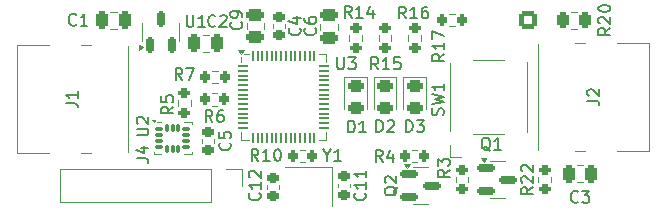
<source format=gbr>
%TF.GenerationSoftware,KiCad,Pcbnew,9.0.4*%
%TF.CreationDate,2025-10-08T22:54:58+01:00*%
%TF.ProjectId,DashcamPower,44617368-6361-46d5-906f-7765722e6b69,rev?*%
%TF.SameCoordinates,Original*%
%TF.FileFunction,Legend,Top*%
%TF.FilePolarity,Positive*%
%FSLAX46Y46*%
G04 Gerber Fmt 4.6, Leading zero omitted, Abs format (unit mm)*
G04 Created by KiCad (PCBNEW 9.0.4) date 2025-10-08 22:54:58*
%MOMM*%
%LPD*%
G01*
G04 APERTURE LIST*
G04 Aperture macros list*
%AMRoundRect*
0 Rectangle with rounded corners*
0 $1 Rounding radius*
0 $2 $3 $4 $5 $6 $7 $8 $9 X,Y pos of 4 corners*
0 Add a 4 corners polygon primitive as box body*
4,1,4,$2,$3,$4,$5,$6,$7,$8,$9,$2,$3,0*
0 Add four circle primitives for the rounded corners*
1,1,$1+$1,$2,$3*
1,1,$1+$1,$4,$5*
1,1,$1+$1,$6,$7*
1,1,$1+$1,$8,$9*
0 Add four rect primitives between the rounded corners*
20,1,$1+$1,$2,$3,$4,$5,0*
20,1,$1+$1,$4,$5,$6,$7,0*
20,1,$1+$1,$6,$7,$8,$9,0*
20,1,$1+$1,$8,$9,$2,$3,0*%
G04 Aperture macros list end*
%ADD10C,0.150000*%
%ADD11C,0.120000*%
%ADD12RoundRect,0.200000X-0.200000X-0.275000X0.200000X-0.275000X0.200000X0.275000X-0.200000X0.275000X0*%
%ADD13RoundRect,0.200000X-0.275000X0.200000X-0.275000X-0.200000X0.275000X-0.200000X0.275000X0.200000X0*%
%ADD14RoundRect,0.225000X0.250000X-0.225000X0.250000X0.225000X-0.250000X0.225000X-0.250000X-0.225000X0*%
%ADD15C,0.700000*%
%ADD16O,2.400000X0.900000*%
%ADD17O,1.700000X0.900000*%
%ADD18RoundRect,0.200000X0.275000X-0.200000X0.275000X0.200000X-0.275000X0.200000X-0.275000X-0.200000X0*%
%ADD19R,1.700000X1.700000*%
%ADD20C,1.700000*%
%ADD21RoundRect,0.150000X-0.587500X-0.150000X0.587500X-0.150000X0.587500X0.150000X-0.587500X0.150000X0*%
%ADD22RoundRect,0.250000X0.550000X0.550000X-0.550000X0.550000X-0.550000X-0.550000X0.550000X-0.550000X0*%
%ADD23C,1.600000*%
%ADD24RoundRect,0.250000X0.250000X0.475000X-0.250000X0.475000X-0.250000X-0.475000X0.250000X-0.475000X0*%
%ADD25R,1.400000X1.600000*%
%ADD26RoundRect,0.087500X-0.225000X-0.087500X0.225000X-0.087500X0.225000X0.087500X-0.225000X0.087500X0*%
%ADD27RoundRect,0.087500X-0.087500X-0.225000X0.087500X-0.225000X0.087500X0.225000X-0.087500X0.225000X0*%
%ADD28RoundRect,0.050000X-0.387500X-0.050000X0.387500X-0.050000X0.387500X0.050000X-0.387500X0.050000X0*%
%ADD29RoundRect,0.050000X-0.050000X-0.387500X0.050000X-0.387500X0.050000X0.387500X-0.050000X0.387500X0*%
%ADD30R,3.200000X3.200000*%
%ADD31RoundRect,0.250000X0.475000X-0.250000X0.475000X0.250000X-0.475000X0.250000X-0.475000X-0.250000X0*%
%ADD32RoundRect,0.243750X-0.456250X0.243750X-0.456250X-0.243750X0.456250X-0.243750X0.456250X0.243750X0*%
%ADD33RoundRect,0.150000X0.150000X-0.512500X0.150000X0.512500X-0.150000X0.512500X-0.150000X-0.512500X0*%
%ADD34R,1.400000X1.200000*%
%ADD35RoundRect,0.200000X0.200000X0.275000X-0.200000X0.275000X-0.200000X-0.275000X0.200000X-0.275000X0*%
%ADD36RoundRect,0.225000X-0.250000X0.225000X-0.250000X-0.225000X0.250000X-0.225000X0.250000X0.225000X0*%
%ADD37RoundRect,0.250000X0.262500X0.450000X-0.262500X0.450000X-0.262500X-0.450000X0.262500X-0.450000X0*%
%ADD38RoundRect,0.250000X-0.250000X-0.475000X0.250000X-0.475000X0.250000X0.475000X-0.250000X0.475000X0*%
G04 APERTURE END LIST*
D10*
X95783333Y-105504819D02*
X95450000Y-105028628D01*
X95211905Y-105504819D02*
X95211905Y-104504819D01*
X95211905Y-104504819D02*
X95592857Y-104504819D01*
X95592857Y-104504819D02*
X95688095Y-104552438D01*
X95688095Y-104552438D02*
X95735714Y-104600057D01*
X95735714Y-104600057D02*
X95783333Y-104695295D01*
X95783333Y-104695295D02*
X95783333Y-104838152D01*
X95783333Y-104838152D02*
X95735714Y-104933390D01*
X95735714Y-104933390D02*
X95688095Y-104981009D01*
X95688095Y-104981009D02*
X95592857Y-105028628D01*
X95592857Y-105028628D02*
X95211905Y-105028628D01*
X96640476Y-104838152D02*
X96640476Y-105504819D01*
X96402381Y-104457200D02*
X96164286Y-105171485D01*
X96164286Y-105171485D02*
X96783333Y-105171485D01*
X78054819Y-100816666D02*
X77578628Y-101149999D01*
X78054819Y-101388094D02*
X77054819Y-101388094D01*
X77054819Y-101388094D02*
X77054819Y-101007142D01*
X77054819Y-101007142D02*
X77102438Y-100911904D01*
X77102438Y-100911904D02*
X77150057Y-100864285D01*
X77150057Y-100864285D02*
X77245295Y-100816666D01*
X77245295Y-100816666D02*
X77388152Y-100816666D01*
X77388152Y-100816666D02*
X77483390Y-100864285D01*
X77483390Y-100864285D02*
X77531009Y-100911904D01*
X77531009Y-100911904D02*
X77578628Y-101007142D01*
X77578628Y-101007142D02*
X77578628Y-101388094D01*
X77054819Y-99911904D02*
X77054819Y-100388094D01*
X77054819Y-100388094D02*
X77531009Y-100435713D01*
X77531009Y-100435713D02*
X77483390Y-100388094D01*
X77483390Y-100388094D02*
X77435771Y-100292856D01*
X77435771Y-100292856D02*
X77435771Y-100054761D01*
X77435771Y-100054761D02*
X77483390Y-99959523D01*
X77483390Y-99959523D02*
X77531009Y-99911904D01*
X77531009Y-99911904D02*
X77626247Y-99864285D01*
X77626247Y-99864285D02*
X77864342Y-99864285D01*
X77864342Y-99864285D02*
X77959580Y-99911904D01*
X77959580Y-99911904D02*
X78007200Y-99959523D01*
X78007200Y-99959523D02*
X78054819Y-100054761D01*
X78054819Y-100054761D02*
X78054819Y-100292856D01*
X78054819Y-100292856D02*
X78007200Y-100388094D01*
X78007200Y-100388094D02*
X77959580Y-100435713D01*
X88759580Y-94166666D02*
X88807200Y-94214285D01*
X88807200Y-94214285D02*
X88854819Y-94357142D01*
X88854819Y-94357142D02*
X88854819Y-94452380D01*
X88854819Y-94452380D02*
X88807200Y-94595237D01*
X88807200Y-94595237D02*
X88711961Y-94690475D01*
X88711961Y-94690475D02*
X88616723Y-94738094D01*
X88616723Y-94738094D02*
X88426247Y-94785713D01*
X88426247Y-94785713D02*
X88283390Y-94785713D01*
X88283390Y-94785713D02*
X88092914Y-94738094D01*
X88092914Y-94738094D02*
X87997676Y-94690475D01*
X87997676Y-94690475D02*
X87902438Y-94595237D01*
X87902438Y-94595237D02*
X87854819Y-94452380D01*
X87854819Y-94452380D02*
X87854819Y-94357142D01*
X87854819Y-94357142D02*
X87902438Y-94214285D01*
X87902438Y-94214285D02*
X87950057Y-94166666D01*
X88188152Y-93309523D02*
X88854819Y-93309523D01*
X87807200Y-93547618D02*
X88521485Y-93785713D01*
X88521485Y-93785713D02*
X88521485Y-93166666D01*
X113129819Y-100333333D02*
X113844104Y-100333333D01*
X113844104Y-100333333D02*
X113986961Y-100380952D01*
X113986961Y-100380952D02*
X114082200Y-100476190D01*
X114082200Y-100476190D02*
X114129819Y-100619047D01*
X114129819Y-100619047D02*
X114129819Y-100714285D01*
X113225057Y-99904761D02*
X113177438Y-99857142D01*
X113177438Y-99857142D02*
X113129819Y-99761904D01*
X113129819Y-99761904D02*
X113129819Y-99523809D01*
X113129819Y-99523809D02*
X113177438Y-99428571D01*
X113177438Y-99428571D02*
X113225057Y-99380952D01*
X113225057Y-99380952D02*
X113320295Y-99333333D01*
X113320295Y-99333333D02*
X113415533Y-99333333D01*
X113415533Y-99333333D02*
X113558390Y-99380952D01*
X113558390Y-99380952D02*
X114129819Y-99952380D01*
X114129819Y-99952380D02*
X114129819Y-99333333D01*
X95407142Y-97654819D02*
X95073809Y-97178628D01*
X94835714Y-97654819D02*
X94835714Y-96654819D01*
X94835714Y-96654819D02*
X95216666Y-96654819D01*
X95216666Y-96654819D02*
X95311904Y-96702438D01*
X95311904Y-96702438D02*
X95359523Y-96750057D01*
X95359523Y-96750057D02*
X95407142Y-96845295D01*
X95407142Y-96845295D02*
X95407142Y-96988152D01*
X95407142Y-96988152D02*
X95359523Y-97083390D01*
X95359523Y-97083390D02*
X95311904Y-97131009D01*
X95311904Y-97131009D02*
X95216666Y-97178628D01*
X95216666Y-97178628D02*
X94835714Y-97178628D01*
X96359523Y-97654819D02*
X95788095Y-97654819D01*
X96073809Y-97654819D02*
X96073809Y-96654819D01*
X96073809Y-96654819D02*
X95978571Y-96797676D01*
X95978571Y-96797676D02*
X95883333Y-96892914D01*
X95883333Y-96892914D02*
X95788095Y-96940533D01*
X97264285Y-96654819D02*
X96788095Y-96654819D01*
X96788095Y-96654819D02*
X96740476Y-97131009D01*
X96740476Y-97131009D02*
X96788095Y-97083390D01*
X96788095Y-97083390D02*
X96883333Y-97035771D01*
X96883333Y-97035771D02*
X97121428Y-97035771D01*
X97121428Y-97035771D02*
X97216666Y-97083390D01*
X97216666Y-97083390D02*
X97264285Y-97131009D01*
X97264285Y-97131009D02*
X97311904Y-97226247D01*
X97311904Y-97226247D02*
X97311904Y-97464342D01*
X97311904Y-97464342D02*
X97264285Y-97559580D01*
X97264285Y-97559580D02*
X97216666Y-97607200D01*
X97216666Y-97607200D02*
X97121428Y-97654819D01*
X97121428Y-97654819D02*
X96883333Y-97654819D01*
X96883333Y-97654819D02*
X96788095Y-97607200D01*
X96788095Y-97607200D02*
X96740476Y-97559580D01*
X101454819Y-106166666D02*
X100978628Y-106499999D01*
X101454819Y-106738094D02*
X100454819Y-106738094D01*
X100454819Y-106738094D02*
X100454819Y-106357142D01*
X100454819Y-106357142D02*
X100502438Y-106261904D01*
X100502438Y-106261904D02*
X100550057Y-106214285D01*
X100550057Y-106214285D02*
X100645295Y-106166666D01*
X100645295Y-106166666D02*
X100788152Y-106166666D01*
X100788152Y-106166666D02*
X100883390Y-106214285D01*
X100883390Y-106214285D02*
X100931009Y-106261904D01*
X100931009Y-106261904D02*
X100978628Y-106357142D01*
X100978628Y-106357142D02*
X100978628Y-106738094D01*
X100454819Y-105833332D02*
X100454819Y-105214285D01*
X100454819Y-105214285D02*
X100835771Y-105547618D01*
X100835771Y-105547618D02*
X100835771Y-105404761D01*
X100835771Y-105404761D02*
X100883390Y-105309523D01*
X100883390Y-105309523D02*
X100931009Y-105261904D01*
X100931009Y-105261904D02*
X101026247Y-105214285D01*
X101026247Y-105214285D02*
X101264342Y-105214285D01*
X101264342Y-105214285D02*
X101359580Y-105261904D01*
X101359580Y-105261904D02*
X101407200Y-105309523D01*
X101407200Y-105309523D02*
X101454819Y-105404761D01*
X101454819Y-105404761D02*
X101454819Y-105690475D01*
X101454819Y-105690475D02*
X101407200Y-105785713D01*
X101407200Y-105785713D02*
X101359580Y-105833332D01*
X74954819Y-105183333D02*
X75669104Y-105183333D01*
X75669104Y-105183333D02*
X75811961Y-105230952D01*
X75811961Y-105230952D02*
X75907200Y-105326190D01*
X75907200Y-105326190D02*
X75954819Y-105469047D01*
X75954819Y-105469047D02*
X75954819Y-105564285D01*
X75288152Y-104278571D02*
X75954819Y-104278571D01*
X74907200Y-104516666D02*
X75621485Y-104754761D01*
X75621485Y-104754761D02*
X75621485Y-104135714D01*
X97050057Y-107595238D02*
X97002438Y-107690476D01*
X97002438Y-107690476D02*
X96907200Y-107785714D01*
X96907200Y-107785714D02*
X96764342Y-107928571D01*
X96764342Y-107928571D02*
X96716723Y-108023809D01*
X96716723Y-108023809D02*
X96716723Y-108119047D01*
X96954819Y-108071428D02*
X96907200Y-108166666D01*
X96907200Y-108166666D02*
X96811961Y-108261904D01*
X96811961Y-108261904D02*
X96621485Y-108309523D01*
X96621485Y-108309523D02*
X96288152Y-108309523D01*
X96288152Y-108309523D02*
X96097676Y-108261904D01*
X96097676Y-108261904D02*
X96002438Y-108166666D01*
X96002438Y-108166666D02*
X95954819Y-108071428D01*
X95954819Y-108071428D02*
X95954819Y-107880952D01*
X95954819Y-107880952D02*
X96002438Y-107785714D01*
X96002438Y-107785714D02*
X96097676Y-107690476D01*
X96097676Y-107690476D02*
X96288152Y-107642857D01*
X96288152Y-107642857D02*
X96621485Y-107642857D01*
X96621485Y-107642857D02*
X96811961Y-107690476D01*
X96811961Y-107690476D02*
X96907200Y-107785714D01*
X96907200Y-107785714D02*
X96954819Y-107880952D01*
X96954819Y-107880952D02*
X96954819Y-108071428D01*
X96050057Y-107261904D02*
X96002438Y-107214285D01*
X96002438Y-107214285D02*
X95954819Y-107119047D01*
X95954819Y-107119047D02*
X95954819Y-106880952D01*
X95954819Y-106880952D02*
X96002438Y-106785714D01*
X96002438Y-106785714D02*
X96050057Y-106738095D01*
X96050057Y-106738095D02*
X96145295Y-106690476D01*
X96145295Y-106690476D02*
X96240533Y-106690476D01*
X96240533Y-106690476D02*
X96383390Y-106738095D01*
X96383390Y-106738095D02*
X96954819Y-107309523D01*
X96954819Y-107309523D02*
X96954819Y-106690476D01*
X82859580Y-103891666D02*
X82907200Y-103939285D01*
X82907200Y-103939285D02*
X82954819Y-104082142D01*
X82954819Y-104082142D02*
X82954819Y-104177380D01*
X82954819Y-104177380D02*
X82907200Y-104320237D01*
X82907200Y-104320237D02*
X82811961Y-104415475D01*
X82811961Y-104415475D02*
X82716723Y-104463094D01*
X82716723Y-104463094D02*
X82526247Y-104510713D01*
X82526247Y-104510713D02*
X82383390Y-104510713D01*
X82383390Y-104510713D02*
X82192914Y-104463094D01*
X82192914Y-104463094D02*
X82097676Y-104415475D01*
X82097676Y-104415475D02*
X82002438Y-104320237D01*
X82002438Y-104320237D02*
X81954819Y-104177380D01*
X81954819Y-104177380D02*
X81954819Y-104082142D01*
X81954819Y-104082142D02*
X82002438Y-103939285D01*
X82002438Y-103939285D02*
X82050057Y-103891666D01*
X81954819Y-102986904D02*
X81954819Y-103463094D01*
X81954819Y-103463094D02*
X82431009Y-103510713D01*
X82431009Y-103510713D02*
X82383390Y-103463094D01*
X82383390Y-103463094D02*
X82335771Y-103367856D01*
X82335771Y-103367856D02*
X82335771Y-103129761D01*
X82335771Y-103129761D02*
X82383390Y-103034523D01*
X82383390Y-103034523D02*
X82431009Y-102986904D01*
X82431009Y-102986904D02*
X82526247Y-102939285D01*
X82526247Y-102939285D02*
X82764342Y-102939285D01*
X82764342Y-102939285D02*
X82859580Y-102986904D01*
X82859580Y-102986904D02*
X82907200Y-103034523D01*
X82907200Y-103034523D02*
X82954819Y-103129761D01*
X82954819Y-103129761D02*
X82954819Y-103367856D01*
X82954819Y-103367856D02*
X82907200Y-103463094D01*
X82907200Y-103463094D02*
X82859580Y-103510713D01*
X69833333Y-93859580D02*
X69785714Y-93907200D01*
X69785714Y-93907200D02*
X69642857Y-93954819D01*
X69642857Y-93954819D02*
X69547619Y-93954819D01*
X69547619Y-93954819D02*
X69404762Y-93907200D01*
X69404762Y-93907200D02*
X69309524Y-93811961D01*
X69309524Y-93811961D02*
X69261905Y-93716723D01*
X69261905Y-93716723D02*
X69214286Y-93526247D01*
X69214286Y-93526247D02*
X69214286Y-93383390D01*
X69214286Y-93383390D02*
X69261905Y-93192914D01*
X69261905Y-93192914D02*
X69309524Y-93097676D01*
X69309524Y-93097676D02*
X69404762Y-93002438D01*
X69404762Y-93002438D02*
X69547619Y-92954819D01*
X69547619Y-92954819D02*
X69642857Y-92954819D01*
X69642857Y-92954819D02*
X69785714Y-93002438D01*
X69785714Y-93002438D02*
X69833333Y-93050057D01*
X70785714Y-93954819D02*
X70214286Y-93954819D01*
X70500000Y-93954819D02*
X70500000Y-92954819D01*
X70500000Y-92954819D02*
X70404762Y-93097676D01*
X70404762Y-93097676D02*
X70309524Y-93192914D01*
X70309524Y-93192914D02*
X70214286Y-93240533D01*
X100907200Y-101533332D02*
X100954819Y-101390475D01*
X100954819Y-101390475D02*
X100954819Y-101152380D01*
X100954819Y-101152380D02*
X100907200Y-101057142D01*
X100907200Y-101057142D02*
X100859580Y-101009523D01*
X100859580Y-101009523D02*
X100764342Y-100961904D01*
X100764342Y-100961904D02*
X100669104Y-100961904D01*
X100669104Y-100961904D02*
X100573866Y-101009523D01*
X100573866Y-101009523D02*
X100526247Y-101057142D01*
X100526247Y-101057142D02*
X100478628Y-101152380D01*
X100478628Y-101152380D02*
X100431009Y-101342856D01*
X100431009Y-101342856D02*
X100383390Y-101438094D01*
X100383390Y-101438094D02*
X100335771Y-101485713D01*
X100335771Y-101485713D02*
X100240533Y-101533332D01*
X100240533Y-101533332D02*
X100145295Y-101533332D01*
X100145295Y-101533332D02*
X100050057Y-101485713D01*
X100050057Y-101485713D02*
X100002438Y-101438094D01*
X100002438Y-101438094D02*
X99954819Y-101342856D01*
X99954819Y-101342856D02*
X99954819Y-101104761D01*
X99954819Y-101104761D02*
X100002438Y-100961904D01*
X99954819Y-100628570D02*
X100954819Y-100390475D01*
X100954819Y-100390475D02*
X100240533Y-100199999D01*
X100240533Y-100199999D02*
X100954819Y-100009523D01*
X100954819Y-100009523D02*
X99954819Y-99771428D01*
X100954819Y-98866666D02*
X100954819Y-99438094D01*
X100954819Y-99152380D02*
X99954819Y-99152380D01*
X99954819Y-99152380D02*
X100097676Y-99247618D01*
X100097676Y-99247618D02*
X100192914Y-99342856D01*
X100192914Y-99342856D02*
X100240533Y-99438094D01*
X74954819Y-103261904D02*
X75764342Y-103261904D01*
X75764342Y-103261904D02*
X75859580Y-103214285D01*
X75859580Y-103214285D02*
X75907200Y-103166666D01*
X75907200Y-103166666D02*
X75954819Y-103071428D01*
X75954819Y-103071428D02*
X75954819Y-102880952D01*
X75954819Y-102880952D02*
X75907200Y-102785714D01*
X75907200Y-102785714D02*
X75859580Y-102738095D01*
X75859580Y-102738095D02*
X75764342Y-102690476D01*
X75764342Y-102690476D02*
X74954819Y-102690476D01*
X75050057Y-102261904D02*
X75002438Y-102214285D01*
X75002438Y-102214285D02*
X74954819Y-102119047D01*
X74954819Y-102119047D02*
X74954819Y-101880952D01*
X74954819Y-101880952D02*
X75002438Y-101785714D01*
X75002438Y-101785714D02*
X75050057Y-101738095D01*
X75050057Y-101738095D02*
X75145295Y-101690476D01*
X75145295Y-101690476D02*
X75240533Y-101690476D01*
X75240533Y-101690476D02*
X75383390Y-101738095D01*
X75383390Y-101738095D02*
X75954819Y-102309523D01*
X75954819Y-102309523D02*
X75954819Y-101690476D01*
X101004819Y-96342857D02*
X100528628Y-96676190D01*
X101004819Y-96914285D02*
X100004819Y-96914285D01*
X100004819Y-96914285D02*
X100004819Y-96533333D01*
X100004819Y-96533333D02*
X100052438Y-96438095D01*
X100052438Y-96438095D02*
X100100057Y-96390476D01*
X100100057Y-96390476D02*
X100195295Y-96342857D01*
X100195295Y-96342857D02*
X100338152Y-96342857D01*
X100338152Y-96342857D02*
X100433390Y-96390476D01*
X100433390Y-96390476D02*
X100481009Y-96438095D01*
X100481009Y-96438095D02*
X100528628Y-96533333D01*
X100528628Y-96533333D02*
X100528628Y-96914285D01*
X101004819Y-95390476D02*
X101004819Y-95961904D01*
X101004819Y-95676190D02*
X100004819Y-95676190D01*
X100004819Y-95676190D02*
X100147676Y-95771428D01*
X100147676Y-95771428D02*
X100242914Y-95866666D01*
X100242914Y-95866666D02*
X100290533Y-95961904D01*
X100004819Y-95057142D02*
X100004819Y-94390476D01*
X100004819Y-94390476D02*
X101004819Y-94819047D01*
X68954819Y-100508333D02*
X69669104Y-100508333D01*
X69669104Y-100508333D02*
X69811961Y-100555952D01*
X69811961Y-100555952D02*
X69907200Y-100651190D01*
X69907200Y-100651190D02*
X69954819Y-100794047D01*
X69954819Y-100794047D02*
X69954819Y-100889285D01*
X69954819Y-99508333D02*
X69954819Y-100079761D01*
X69954819Y-99794047D02*
X68954819Y-99794047D01*
X68954819Y-99794047D02*
X69097676Y-99889285D01*
X69097676Y-99889285D02*
X69192914Y-99984523D01*
X69192914Y-99984523D02*
X69240533Y-100079761D01*
X81383333Y-102104819D02*
X81050000Y-101628628D01*
X80811905Y-102104819D02*
X80811905Y-101104819D01*
X80811905Y-101104819D02*
X81192857Y-101104819D01*
X81192857Y-101104819D02*
X81288095Y-101152438D01*
X81288095Y-101152438D02*
X81335714Y-101200057D01*
X81335714Y-101200057D02*
X81383333Y-101295295D01*
X81383333Y-101295295D02*
X81383333Y-101438152D01*
X81383333Y-101438152D02*
X81335714Y-101533390D01*
X81335714Y-101533390D02*
X81288095Y-101581009D01*
X81288095Y-101581009D02*
X81192857Y-101628628D01*
X81192857Y-101628628D02*
X80811905Y-101628628D01*
X82240476Y-101104819D02*
X82050000Y-101104819D01*
X82050000Y-101104819D02*
X81954762Y-101152438D01*
X81954762Y-101152438D02*
X81907143Y-101200057D01*
X81907143Y-101200057D02*
X81811905Y-101342914D01*
X81811905Y-101342914D02*
X81764286Y-101533390D01*
X81764286Y-101533390D02*
X81764286Y-101914342D01*
X81764286Y-101914342D02*
X81811905Y-102009580D01*
X81811905Y-102009580D02*
X81859524Y-102057200D01*
X81859524Y-102057200D02*
X81954762Y-102104819D01*
X81954762Y-102104819D02*
X82145238Y-102104819D01*
X82145238Y-102104819D02*
X82240476Y-102057200D01*
X82240476Y-102057200D02*
X82288095Y-102009580D01*
X82288095Y-102009580D02*
X82335714Y-101914342D01*
X82335714Y-101914342D02*
X82335714Y-101676247D01*
X82335714Y-101676247D02*
X82288095Y-101581009D01*
X82288095Y-101581009D02*
X82240476Y-101533390D01*
X82240476Y-101533390D02*
X82145238Y-101485771D01*
X82145238Y-101485771D02*
X81954762Y-101485771D01*
X81954762Y-101485771D02*
X81859524Y-101533390D01*
X81859524Y-101533390D02*
X81811905Y-101581009D01*
X81811905Y-101581009D02*
X81764286Y-101676247D01*
X91938095Y-96654819D02*
X91938095Y-97464342D01*
X91938095Y-97464342D02*
X91985714Y-97559580D01*
X91985714Y-97559580D02*
X92033333Y-97607200D01*
X92033333Y-97607200D02*
X92128571Y-97654819D01*
X92128571Y-97654819D02*
X92319047Y-97654819D01*
X92319047Y-97654819D02*
X92414285Y-97607200D01*
X92414285Y-97607200D02*
X92461904Y-97559580D01*
X92461904Y-97559580D02*
X92509523Y-97464342D01*
X92509523Y-97464342D02*
X92509523Y-96654819D01*
X92890476Y-96654819D02*
X93509523Y-96654819D01*
X93509523Y-96654819D02*
X93176190Y-97035771D01*
X93176190Y-97035771D02*
X93319047Y-97035771D01*
X93319047Y-97035771D02*
X93414285Y-97083390D01*
X93414285Y-97083390D02*
X93461904Y-97131009D01*
X93461904Y-97131009D02*
X93509523Y-97226247D01*
X93509523Y-97226247D02*
X93509523Y-97464342D01*
X93509523Y-97464342D02*
X93461904Y-97559580D01*
X93461904Y-97559580D02*
X93414285Y-97607200D01*
X93414285Y-97607200D02*
X93319047Y-97654819D01*
X93319047Y-97654819D02*
X93033333Y-97654819D01*
X93033333Y-97654819D02*
X92938095Y-97607200D01*
X92938095Y-97607200D02*
X92890476Y-97559580D01*
X83809580Y-93666666D02*
X83857200Y-93714285D01*
X83857200Y-93714285D02*
X83904819Y-93857142D01*
X83904819Y-93857142D02*
X83904819Y-93952380D01*
X83904819Y-93952380D02*
X83857200Y-94095237D01*
X83857200Y-94095237D02*
X83761961Y-94190475D01*
X83761961Y-94190475D02*
X83666723Y-94238094D01*
X83666723Y-94238094D02*
X83476247Y-94285713D01*
X83476247Y-94285713D02*
X83333390Y-94285713D01*
X83333390Y-94285713D02*
X83142914Y-94238094D01*
X83142914Y-94238094D02*
X83047676Y-94190475D01*
X83047676Y-94190475D02*
X82952438Y-94095237D01*
X82952438Y-94095237D02*
X82904819Y-93952380D01*
X82904819Y-93952380D02*
X82904819Y-93857142D01*
X82904819Y-93857142D02*
X82952438Y-93714285D01*
X82952438Y-93714285D02*
X83000057Y-93666666D01*
X83904819Y-93190475D02*
X83904819Y-92999999D01*
X83904819Y-92999999D02*
X83857200Y-92904761D01*
X83857200Y-92904761D02*
X83809580Y-92857142D01*
X83809580Y-92857142D02*
X83666723Y-92761904D01*
X83666723Y-92761904D02*
X83476247Y-92714285D01*
X83476247Y-92714285D02*
X83095295Y-92714285D01*
X83095295Y-92714285D02*
X83000057Y-92761904D01*
X83000057Y-92761904D02*
X82952438Y-92809523D01*
X82952438Y-92809523D02*
X82904819Y-92904761D01*
X82904819Y-92904761D02*
X82904819Y-93095237D01*
X82904819Y-93095237D02*
X82952438Y-93190475D01*
X82952438Y-93190475D02*
X83000057Y-93238094D01*
X83000057Y-93238094D02*
X83095295Y-93285713D01*
X83095295Y-93285713D02*
X83333390Y-93285713D01*
X83333390Y-93285713D02*
X83428628Y-93238094D01*
X83428628Y-93238094D02*
X83476247Y-93190475D01*
X83476247Y-93190475D02*
X83523866Y-93095237D01*
X83523866Y-93095237D02*
X83523866Y-92904761D01*
X83523866Y-92904761D02*
X83476247Y-92809523D01*
X83476247Y-92809523D02*
X83428628Y-92761904D01*
X83428628Y-92761904D02*
X83333390Y-92714285D01*
X97761905Y-102954819D02*
X97761905Y-101954819D01*
X97761905Y-101954819D02*
X98000000Y-101954819D01*
X98000000Y-101954819D02*
X98142857Y-102002438D01*
X98142857Y-102002438D02*
X98238095Y-102097676D01*
X98238095Y-102097676D02*
X98285714Y-102192914D01*
X98285714Y-102192914D02*
X98333333Y-102383390D01*
X98333333Y-102383390D02*
X98333333Y-102526247D01*
X98333333Y-102526247D02*
X98285714Y-102716723D01*
X98285714Y-102716723D02*
X98238095Y-102811961D01*
X98238095Y-102811961D02*
X98142857Y-102907200D01*
X98142857Y-102907200D02*
X98000000Y-102954819D01*
X98000000Y-102954819D02*
X97761905Y-102954819D01*
X98666667Y-101954819D02*
X99285714Y-101954819D01*
X99285714Y-101954819D02*
X98952381Y-102335771D01*
X98952381Y-102335771D02*
X99095238Y-102335771D01*
X99095238Y-102335771D02*
X99190476Y-102383390D01*
X99190476Y-102383390D02*
X99238095Y-102431009D01*
X99238095Y-102431009D02*
X99285714Y-102526247D01*
X99285714Y-102526247D02*
X99285714Y-102764342D01*
X99285714Y-102764342D02*
X99238095Y-102859580D01*
X99238095Y-102859580D02*
X99190476Y-102907200D01*
X99190476Y-102907200D02*
X99095238Y-102954819D01*
X99095238Y-102954819D02*
X98809524Y-102954819D01*
X98809524Y-102954819D02*
X98714286Y-102907200D01*
X98714286Y-102907200D02*
X98666667Y-102859580D01*
X97757142Y-93354819D02*
X97423809Y-92878628D01*
X97185714Y-93354819D02*
X97185714Y-92354819D01*
X97185714Y-92354819D02*
X97566666Y-92354819D01*
X97566666Y-92354819D02*
X97661904Y-92402438D01*
X97661904Y-92402438D02*
X97709523Y-92450057D01*
X97709523Y-92450057D02*
X97757142Y-92545295D01*
X97757142Y-92545295D02*
X97757142Y-92688152D01*
X97757142Y-92688152D02*
X97709523Y-92783390D01*
X97709523Y-92783390D02*
X97661904Y-92831009D01*
X97661904Y-92831009D02*
X97566666Y-92878628D01*
X97566666Y-92878628D02*
X97185714Y-92878628D01*
X98709523Y-93354819D02*
X98138095Y-93354819D01*
X98423809Y-93354819D02*
X98423809Y-92354819D01*
X98423809Y-92354819D02*
X98328571Y-92497676D01*
X98328571Y-92497676D02*
X98233333Y-92592914D01*
X98233333Y-92592914D02*
X98138095Y-92640533D01*
X99566666Y-92354819D02*
X99376190Y-92354819D01*
X99376190Y-92354819D02*
X99280952Y-92402438D01*
X99280952Y-92402438D02*
X99233333Y-92450057D01*
X99233333Y-92450057D02*
X99138095Y-92592914D01*
X99138095Y-92592914D02*
X99090476Y-92783390D01*
X99090476Y-92783390D02*
X99090476Y-93164342D01*
X99090476Y-93164342D02*
X99138095Y-93259580D01*
X99138095Y-93259580D02*
X99185714Y-93307200D01*
X99185714Y-93307200D02*
X99280952Y-93354819D01*
X99280952Y-93354819D02*
X99471428Y-93354819D01*
X99471428Y-93354819D02*
X99566666Y-93307200D01*
X99566666Y-93307200D02*
X99614285Y-93259580D01*
X99614285Y-93259580D02*
X99661904Y-93164342D01*
X99661904Y-93164342D02*
X99661904Y-92926247D01*
X99661904Y-92926247D02*
X99614285Y-92831009D01*
X99614285Y-92831009D02*
X99566666Y-92783390D01*
X99566666Y-92783390D02*
X99471428Y-92735771D01*
X99471428Y-92735771D02*
X99280952Y-92735771D01*
X99280952Y-92735771D02*
X99185714Y-92783390D01*
X99185714Y-92783390D02*
X99138095Y-92831009D01*
X99138095Y-92831009D02*
X99090476Y-92926247D01*
X79188095Y-93054819D02*
X79188095Y-93864342D01*
X79188095Y-93864342D02*
X79235714Y-93959580D01*
X79235714Y-93959580D02*
X79283333Y-94007200D01*
X79283333Y-94007200D02*
X79378571Y-94054819D01*
X79378571Y-94054819D02*
X79569047Y-94054819D01*
X79569047Y-94054819D02*
X79664285Y-94007200D01*
X79664285Y-94007200D02*
X79711904Y-93959580D01*
X79711904Y-93959580D02*
X79759523Y-93864342D01*
X79759523Y-93864342D02*
X79759523Y-93054819D01*
X80759523Y-94054819D02*
X80188095Y-94054819D01*
X80473809Y-94054819D02*
X80473809Y-93054819D01*
X80473809Y-93054819D02*
X80378571Y-93197676D01*
X80378571Y-93197676D02*
X80283333Y-93292914D01*
X80283333Y-93292914D02*
X80188095Y-93340533D01*
X108524819Y-107642857D02*
X108048628Y-107976190D01*
X108524819Y-108214285D02*
X107524819Y-108214285D01*
X107524819Y-108214285D02*
X107524819Y-107833333D01*
X107524819Y-107833333D02*
X107572438Y-107738095D01*
X107572438Y-107738095D02*
X107620057Y-107690476D01*
X107620057Y-107690476D02*
X107715295Y-107642857D01*
X107715295Y-107642857D02*
X107858152Y-107642857D01*
X107858152Y-107642857D02*
X107953390Y-107690476D01*
X107953390Y-107690476D02*
X108001009Y-107738095D01*
X108001009Y-107738095D02*
X108048628Y-107833333D01*
X108048628Y-107833333D02*
X108048628Y-108214285D01*
X107620057Y-107261904D02*
X107572438Y-107214285D01*
X107572438Y-107214285D02*
X107524819Y-107119047D01*
X107524819Y-107119047D02*
X107524819Y-106880952D01*
X107524819Y-106880952D02*
X107572438Y-106785714D01*
X107572438Y-106785714D02*
X107620057Y-106738095D01*
X107620057Y-106738095D02*
X107715295Y-106690476D01*
X107715295Y-106690476D02*
X107810533Y-106690476D01*
X107810533Y-106690476D02*
X107953390Y-106738095D01*
X107953390Y-106738095D02*
X108524819Y-107309523D01*
X108524819Y-107309523D02*
X108524819Y-106690476D01*
X107620057Y-106309523D02*
X107572438Y-106261904D01*
X107572438Y-106261904D02*
X107524819Y-106166666D01*
X107524819Y-106166666D02*
X107524819Y-105928571D01*
X107524819Y-105928571D02*
X107572438Y-105833333D01*
X107572438Y-105833333D02*
X107620057Y-105785714D01*
X107620057Y-105785714D02*
X107715295Y-105738095D01*
X107715295Y-105738095D02*
X107810533Y-105738095D01*
X107810533Y-105738095D02*
X107953390Y-105785714D01*
X107953390Y-105785714D02*
X108524819Y-106357142D01*
X108524819Y-106357142D02*
X108524819Y-105738095D01*
X104904761Y-104550057D02*
X104809523Y-104502438D01*
X104809523Y-104502438D02*
X104714285Y-104407200D01*
X104714285Y-104407200D02*
X104571428Y-104264342D01*
X104571428Y-104264342D02*
X104476190Y-104216723D01*
X104476190Y-104216723D02*
X104380952Y-104216723D01*
X104428571Y-104454819D02*
X104333333Y-104407200D01*
X104333333Y-104407200D02*
X104238095Y-104311961D01*
X104238095Y-104311961D02*
X104190476Y-104121485D01*
X104190476Y-104121485D02*
X104190476Y-103788152D01*
X104190476Y-103788152D02*
X104238095Y-103597676D01*
X104238095Y-103597676D02*
X104333333Y-103502438D01*
X104333333Y-103502438D02*
X104428571Y-103454819D01*
X104428571Y-103454819D02*
X104619047Y-103454819D01*
X104619047Y-103454819D02*
X104714285Y-103502438D01*
X104714285Y-103502438D02*
X104809523Y-103597676D01*
X104809523Y-103597676D02*
X104857142Y-103788152D01*
X104857142Y-103788152D02*
X104857142Y-104121485D01*
X104857142Y-104121485D02*
X104809523Y-104311961D01*
X104809523Y-104311961D02*
X104714285Y-104407200D01*
X104714285Y-104407200D02*
X104619047Y-104454819D01*
X104619047Y-104454819D02*
X104428571Y-104454819D01*
X105809523Y-104454819D02*
X105238095Y-104454819D01*
X105523809Y-104454819D02*
X105523809Y-103454819D01*
X105523809Y-103454819D02*
X105428571Y-103597676D01*
X105428571Y-103597676D02*
X105333333Y-103692914D01*
X105333333Y-103692914D02*
X105238095Y-103740533D01*
X91073809Y-104928628D02*
X91073809Y-105404819D01*
X90740476Y-104404819D02*
X91073809Y-104928628D01*
X91073809Y-104928628D02*
X91407142Y-104404819D01*
X92264285Y-105404819D02*
X91692857Y-105404819D01*
X91978571Y-105404819D02*
X91978571Y-104404819D01*
X91978571Y-104404819D02*
X91883333Y-104547676D01*
X91883333Y-104547676D02*
X91788095Y-104642914D01*
X91788095Y-104642914D02*
X91692857Y-104690533D01*
X85257142Y-105404819D02*
X84923809Y-104928628D01*
X84685714Y-105404819D02*
X84685714Y-104404819D01*
X84685714Y-104404819D02*
X85066666Y-104404819D01*
X85066666Y-104404819D02*
X85161904Y-104452438D01*
X85161904Y-104452438D02*
X85209523Y-104500057D01*
X85209523Y-104500057D02*
X85257142Y-104595295D01*
X85257142Y-104595295D02*
X85257142Y-104738152D01*
X85257142Y-104738152D02*
X85209523Y-104833390D01*
X85209523Y-104833390D02*
X85161904Y-104881009D01*
X85161904Y-104881009D02*
X85066666Y-104928628D01*
X85066666Y-104928628D02*
X84685714Y-104928628D01*
X86209523Y-105404819D02*
X85638095Y-105404819D01*
X85923809Y-105404819D02*
X85923809Y-104404819D01*
X85923809Y-104404819D02*
X85828571Y-104547676D01*
X85828571Y-104547676D02*
X85733333Y-104642914D01*
X85733333Y-104642914D02*
X85638095Y-104690533D01*
X86828571Y-104404819D02*
X86923809Y-104404819D01*
X86923809Y-104404819D02*
X87019047Y-104452438D01*
X87019047Y-104452438D02*
X87066666Y-104500057D01*
X87066666Y-104500057D02*
X87114285Y-104595295D01*
X87114285Y-104595295D02*
X87161904Y-104785771D01*
X87161904Y-104785771D02*
X87161904Y-105023866D01*
X87161904Y-105023866D02*
X87114285Y-105214342D01*
X87114285Y-105214342D02*
X87066666Y-105309580D01*
X87066666Y-105309580D02*
X87019047Y-105357200D01*
X87019047Y-105357200D02*
X86923809Y-105404819D01*
X86923809Y-105404819D02*
X86828571Y-105404819D01*
X86828571Y-105404819D02*
X86733333Y-105357200D01*
X86733333Y-105357200D02*
X86685714Y-105309580D01*
X86685714Y-105309580D02*
X86638095Y-105214342D01*
X86638095Y-105214342D02*
X86590476Y-105023866D01*
X86590476Y-105023866D02*
X86590476Y-104785771D01*
X86590476Y-104785771D02*
X86638095Y-104595295D01*
X86638095Y-104595295D02*
X86685714Y-104500057D01*
X86685714Y-104500057D02*
X86733333Y-104452438D01*
X86733333Y-104452438D02*
X86828571Y-104404819D01*
X95261905Y-102954819D02*
X95261905Y-101954819D01*
X95261905Y-101954819D02*
X95500000Y-101954819D01*
X95500000Y-101954819D02*
X95642857Y-102002438D01*
X95642857Y-102002438D02*
X95738095Y-102097676D01*
X95738095Y-102097676D02*
X95785714Y-102192914D01*
X95785714Y-102192914D02*
X95833333Y-102383390D01*
X95833333Y-102383390D02*
X95833333Y-102526247D01*
X95833333Y-102526247D02*
X95785714Y-102716723D01*
X95785714Y-102716723D02*
X95738095Y-102811961D01*
X95738095Y-102811961D02*
X95642857Y-102907200D01*
X95642857Y-102907200D02*
X95500000Y-102954819D01*
X95500000Y-102954819D02*
X95261905Y-102954819D01*
X96214286Y-102050057D02*
X96261905Y-102002438D01*
X96261905Y-102002438D02*
X96357143Y-101954819D01*
X96357143Y-101954819D02*
X96595238Y-101954819D01*
X96595238Y-101954819D02*
X96690476Y-102002438D01*
X96690476Y-102002438D02*
X96738095Y-102050057D01*
X96738095Y-102050057D02*
X96785714Y-102145295D01*
X96785714Y-102145295D02*
X96785714Y-102240533D01*
X96785714Y-102240533D02*
X96738095Y-102383390D01*
X96738095Y-102383390D02*
X96166667Y-102954819D01*
X96166667Y-102954819D02*
X96785714Y-102954819D01*
X92861905Y-103004819D02*
X92861905Y-102004819D01*
X92861905Y-102004819D02*
X93100000Y-102004819D01*
X93100000Y-102004819D02*
X93242857Y-102052438D01*
X93242857Y-102052438D02*
X93338095Y-102147676D01*
X93338095Y-102147676D02*
X93385714Y-102242914D01*
X93385714Y-102242914D02*
X93433333Y-102433390D01*
X93433333Y-102433390D02*
X93433333Y-102576247D01*
X93433333Y-102576247D02*
X93385714Y-102766723D01*
X93385714Y-102766723D02*
X93338095Y-102861961D01*
X93338095Y-102861961D02*
X93242857Y-102957200D01*
X93242857Y-102957200D02*
X93100000Y-103004819D01*
X93100000Y-103004819D02*
X92861905Y-103004819D01*
X94385714Y-103004819D02*
X93814286Y-103004819D01*
X94100000Y-103004819D02*
X94100000Y-102004819D01*
X94100000Y-102004819D02*
X94004762Y-102147676D01*
X94004762Y-102147676D02*
X93909524Y-102242914D01*
X93909524Y-102242914D02*
X93814286Y-102290533D01*
X94289580Y-108142857D02*
X94337200Y-108190476D01*
X94337200Y-108190476D02*
X94384819Y-108333333D01*
X94384819Y-108333333D02*
X94384819Y-108428571D01*
X94384819Y-108428571D02*
X94337200Y-108571428D01*
X94337200Y-108571428D02*
X94241961Y-108666666D01*
X94241961Y-108666666D02*
X94146723Y-108714285D01*
X94146723Y-108714285D02*
X93956247Y-108761904D01*
X93956247Y-108761904D02*
X93813390Y-108761904D01*
X93813390Y-108761904D02*
X93622914Y-108714285D01*
X93622914Y-108714285D02*
X93527676Y-108666666D01*
X93527676Y-108666666D02*
X93432438Y-108571428D01*
X93432438Y-108571428D02*
X93384819Y-108428571D01*
X93384819Y-108428571D02*
X93384819Y-108333333D01*
X93384819Y-108333333D02*
X93432438Y-108190476D01*
X93432438Y-108190476D02*
X93480057Y-108142857D01*
X94384819Y-107190476D02*
X94384819Y-107761904D01*
X94384819Y-107476190D02*
X93384819Y-107476190D01*
X93384819Y-107476190D02*
X93527676Y-107571428D01*
X93527676Y-107571428D02*
X93622914Y-107666666D01*
X93622914Y-107666666D02*
X93670533Y-107761904D01*
X94384819Y-106238095D02*
X94384819Y-106809523D01*
X94384819Y-106523809D02*
X93384819Y-106523809D01*
X93384819Y-106523809D02*
X93527676Y-106619047D01*
X93527676Y-106619047D02*
X93622914Y-106714285D01*
X93622914Y-106714285D02*
X93670533Y-106809523D01*
X115054819Y-94142857D02*
X114578628Y-94476190D01*
X115054819Y-94714285D02*
X114054819Y-94714285D01*
X114054819Y-94714285D02*
X114054819Y-94333333D01*
X114054819Y-94333333D02*
X114102438Y-94238095D01*
X114102438Y-94238095D02*
X114150057Y-94190476D01*
X114150057Y-94190476D02*
X114245295Y-94142857D01*
X114245295Y-94142857D02*
X114388152Y-94142857D01*
X114388152Y-94142857D02*
X114483390Y-94190476D01*
X114483390Y-94190476D02*
X114531009Y-94238095D01*
X114531009Y-94238095D02*
X114578628Y-94333333D01*
X114578628Y-94333333D02*
X114578628Y-94714285D01*
X114150057Y-93761904D02*
X114102438Y-93714285D01*
X114102438Y-93714285D02*
X114054819Y-93619047D01*
X114054819Y-93619047D02*
X114054819Y-93380952D01*
X114054819Y-93380952D02*
X114102438Y-93285714D01*
X114102438Y-93285714D02*
X114150057Y-93238095D01*
X114150057Y-93238095D02*
X114245295Y-93190476D01*
X114245295Y-93190476D02*
X114340533Y-93190476D01*
X114340533Y-93190476D02*
X114483390Y-93238095D01*
X114483390Y-93238095D02*
X115054819Y-93809523D01*
X115054819Y-93809523D02*
X115054819Y-93190476D01*
X114054819Y-92571428D02*
X114054819Y-92476190D01*
X114054819Y-92476190D02*
X114102438Y-92380952D01*
X114102438Y-92380952D02*
X114150057Y-92333333D01*
X114150057Y-92333333D02*
X114245295Y-92285714D01*
X114245295Y-92285714D02*
X114435771Y-92238095D01*
X114435771Y-92238095D02*
X114673866Y-92238095D01*
X114673866Y-92238095D02*
X114864342Y-92285714D01*
X114864342Y-92285714D02*
X114959580Y-92333333D01*
X114959580Y-92333333D02*
X115007200Y-92380952D01*
X115007200Y-92380952D02*
X115054819Y-92476190D01*
X115054819Y-92476190D02*
X115054819Y-92571428D01*
X115054819Y-92571428D02*
X115007200Y-92666666D01*
X115007200Y-92666666D02*
X114959580Y-92714285D01*
X114959580Y-92714285D02*
X114864342Y-92761904D01*
X114864342Y-92761904D02*
X114673866Y-92809523D01*
X114673866Y-92809523D02*
X114435771Y-92809523D01*
X114435771Y-92809523D02*
X114245295Y-92761904D01*
X114245295Y-92761904D02*
X114150057Y-92714285D01*
X114150057Y-92714285D02*
X114102438Y-92666666D01*
X114102438Y-92666666D02*
X114054819Y-92571428D01*
X78833333Y-98554819D02*
X78500000Y-98078628D01*
X78261905Y-98554819D02*
X78261905Y-97554819D01*
X78261905Y-97554819D02*
X78642857Y-97554819D01*
X78642857Y-97554819D02*
X78738095Y-97602438D01*
X78738095Y-97602438D02*
X78785714Y-97650057D01*
X78785714Y-97650057D02*
X78833333Y-97745295D01*
X78833333Y-97745295D02*
X78833333Y-97888152D01*
X78833333Y-97888152D02*
X78785714Y-97983390D01*
X78785714Y-97983390D02*
X78738095Y-98031009D01*
X78738095Y-98031009D02*
X78642857Y-98078628D01*
X78642857Y-98078628D02*
X78261905Y-98078628D01*
X79166667Y-97554819D02*
X79833333Y-97554819D01*
X79833333Y-97554819D02*
X79404762Y-98554819D01*
X90059580Y-94166666D02*
X90107200Y-94214285D01*
X90107200Y-94214285D02*
X90154819Y-94357142D01*
X90154819Y-94357142D02*
X90154819Y-94452380D01*
X90154819Y-94452380D02*
X90107200Y-94595237D01*
X90107200Y-94595237D02*
X90011961Y-94690475D01*
X90011961Y-94690475D02*
X89916723Y-94738094D01*
X89916723Y-94738094D02*
X89726247Y-94785713D01*
X89726247Y-94785713D02*
X89583390Y-94785713D01*
X89583390Y-94785713D02*
X89392914Y-94738094D01*
X89392914Y-94738094D02*
X89297676Y-94690475D01*
X89297676Y-94690475D02*
X89202438Y-94595237D01*
X89202438Y-94595237D02*
X89154819Y-94452380D01*
X89154819Y-94452380D02*
X89154819Y-94357142D01*
X89154819Y-94357142D02*
X89202438Y-94214285D01*
X89202438Y-94214285D02*
X89250057Y-94166666D01*
X89154819Y-93309523D02*
X89154819Y-93499999D01*
X89154819Y-93499999D02*
X89202438Y-93595237D01*
X89202438Y-93595237D02*
X89250057Y-93642856D01*
X89250057Y-93642856D02*
X89392914Y-93738094D01*
X89392914Y-93738094D02*
X89583390Y-93785713D01*
X89583390Y-93785713D02*
X89964342Y-93785713D01*
X89964342Y-93785713D02*
X90059580Y-93738094D01*
X90059580Y-93738094D02*
X90107200Y-93690475D01*
X90107200Y-93690475D02*
X90154819Y-93595237D01*
X90154819Y-93595237D02*
X90154819Y-93404761D01*
X90154819Y-93404761D02*
X90107200Y-93309523D01*
X90107200Y-93309523D02*
X90059580Y-93261904D01*
X90059580Y-93261904D02*
X89964342Y-93214285D01*
X89964342Y-93214285D02*
X89726247Y-93214285D01*
X89726247Y-93214285D02*
X89631009Y-93261904D01*
X89631009Y-93261904D02*
X89583390Y-93309523D01*
X89583390Y-93309523D02*
X89535771Y-93404761D01*
X89535771Y-93404761D02*
X89535771Y-93595237D01*
X89535771Y-93595237D02*
X89583390Y-93690475D01*
X89583390Y-93690475D02*
X89631009Y-93738094D01*
X89631009Y-93738094D02*
X89726247Y-93785713D01*
X85359580Y-108142857D02*
X85407200Y-108190476D01*
X85407200Y-108190476D02*
X85454819Y-108333333D01*
X85454819Y-108333333D02*
X85454819Y-108428571D01*
X85454819Y-108428571D02*
X85407200Y-108571428D01*
X85407200Y-108571428D02*
X85311961Y-108666666D01*
X85311961Y-108666666D02*
X85216723Y-108714285D01*
X85216723Y-108714285D02*
X85026247Y-108761904D01*
X85026247Y-108761904D02*
X84883390Y-108761904D01*
X84883390Y-108761904D02*
X84692914Y-108714285D01*
X84692914Y-108714285D02*
X84597676Y-108666666D01*
X84597676Y-108666666D02*
X84502438Y-108571428D01*
X84502438Y-108571428D02*
X84454819Y-108428571D01*
X84454819Y-108428571D02*
X84454819Y-108333333D01*
X84454819Y-108333333D02*
X84502438Y-108190476D01*
X84502438Y-108190476D02*
X84550057Y-108142857D01*
X85454819Y-107190476D02*
X85454819Y-107761904D01*
X85454819Y-107476190D02*
X84454819Y-107476190D01*
X84454819Y-107476190D02*
X84597676Y-107571428D01*
X84597676Y-107571428D02*
X84692914Y-107666666D01*
X84692914Y-107666666D02*
X84740533Y-107761904D01*
X84550057Y-106809523D02*
X84502438Y-106761904D01*
X84502438Y-106761904D02*
X84454819Y-106666666D01*
X84454819Y-106666666D02*
X84454819Y-106428571D01*
X84454819Y-106428571D02*
X84502438Y-106333333D01*
X84502438Y-106333333D02*
X84550057Y-106285714D01*
X84550057Y-106285714D02*
X84645295Y-106238095D01*
X84645295Y-106238095D02*
X84740533Y-106238095D01*
X84740533Y-106238095D02*
X84883390Y-106285714D01*
X84883390Y-106285714D02*
X85454819Y-106857142D01*
X85454819Y-106857142D02*
X85454819Y-106238095D01*
X93157142Y-93304819D02*
X92823809Y-92828628D01*
X92585714Y-93304819D02*
X92585714Y-92304819D01*
X92585714Y-92304819D02*
X92966666Y-92304819D01*
X92966666Y-92304819D02*
X93061904Y-92352438D01*
X93061904Y-92352438D02*
X93109523Y-92400057D01*
X93109523Y-92400057D02*
X93157142Y-92495295D01*
X93157142Y-92495295D02*
X93157142Y-92638152D01*
X93157142Y-92638152D02*
X93109523Y-92733390D01*
X93109523Y-92733390D02*
X93061904Y-92781009D01*
X93061904Y-92781009D02*
X92966666Y-92828628D01*
X92966666Y-92828628D02*
X92585714Y-92828628D01*
X94109523Y-93304819D02*
X93538095Y-93304819D01*
X93823809Y-93304819D02*
X93823809Y-92304819D01*
X93823809Y-92304819D02*
X93728571Y-92447676D01*
X93728571Y-92447676D02*
X93633333Y-92542914D01*
X93633333Y-92542914D02*
X93538095Y-92590533D01*
X94966666Y-92638152D02*
X94966666Y-93304819D01*
X94728571Y-92257200D02*
X94490476Y-92971485D01*
X94490476Y-92971485D02*
X95109523Y-92971485D01*
X112333333Y-108859580D02*
X112285714Y-108907200D01*
X112285714Y-108907200D02*
X112142857Y-108954819D01*
X112142857Y-108954819D02*
X112047619Y-108954819D01*
X112047619Y-108954819D02*
X111904762Y-108907200D01*
X111904762Y-108907200D02*
X111809524Y-108811961D01*
X111809524Y-108811961D02*
X111761905Y-108716723D01*
X111761905Y-108716723D02*
X111714286Y-108526247D01*
X111714286Y-108526247D02*
X111714286Y-108383390D01*
X111714286Y-108383390D02*
X111761905Y-108192914D01*
X111761905Y-108192914D02*
X111809524Y-108097676D01*
X111809524Y-108097676D02*
X111904762Y-108002438D01*
X111904762Y-108002438D02*
X112047619Y-107954819D01*
X112047619Y-107954819D02*
X112142857Y-107954819D01*
X112142857Y-107954819D02*
X112285714Y-108002438D01*
X112285714Y-108002438D02*
X112333333Y-108050057D01*
X112666667Y-107954819D02*
X113285714Y-107954819D01*
X113285714Y-107954819D02*
X112952381Y-108335771D01*
X112952381Y-108335771D02*
X113095238Y-108335771D01*
X113095238Y-108335771D02*
X113190476Y-108383390D01*
X113190476Y-108383390D02*
X113238095Y-108431009D01*
X113238095Y-108431009D02*
X113285714Y-108526247D01*
X113285714Y-108526247D02*
X113285714Y-108764342D01*
X113285714Y-108764342D02*
X113238095Y-108859580D01*
X113238095Y-108859580D02*
X113190476Y-108907200D01*
X113190476Y-108907200D02*
X113095238Y-108954819D01*
X113095238Y-108954819D02*
X112809524Y-108954819D01*
X112809524Y-108954819D02*
X112714286Y-108907200D01*
X112714286Y-108907200D02*
X112666667Y-108859580D01*
X81633333Y-93959580D02*
X81585714Y-94007200D01*
X81585714Y-94007200D02*
X81442857Y-94054819D01*
X81442857Y-94054819D02*
X81347619Y-94054819D01*
X81347619Y-94054819D02*
X81204762Y-94007200D01*
X81204762Y-94007200D02*
X81109524Y-93911961D01*
X81109524Y-93911961D02*
X81061905Y-93816723D01*
X81061905Y-93816723D02*
X81014286Y-93626247D01*
X81014286Y-93626247D02*
X81014286Y-93483390D01*
X81014286Y-93483390D02*
X81061905Y-93292914D01*
X81061905Y-93292914D02*
X81109524Y-93197676D01*
X81109524Y-93197676D02*
X81204762Y-93102438D01*
X81204762Y-93102438D02*
X81347619Y-93054819D01*
X81347619Y-93054819D02*
X81442857Y-93054819D01*
X81442857Y-93054819D02*
X81585714Y-93102438D01*
X81585714Y-93102438D02*
X81633333Y-93150057D01*
X82014286Y-93150057D02*
X82061905Y-93102438D01*
X82061905Y-93102438D02*
X82157143Y-93054819D01*
X82157143Y-93054819D02*
X82395238Y-93054819D01*
X82395238Y-93054819D02*
X82490476Y-93102438D01*
X82490476Y-93102438D02*
X82538095Y-93150057D01*
X82538095Y-93150057D02*
X82585714Y-93245295D01*
X82585714Y-93245295D02*
X82585714Y-93340533D01*
X82585714Y-93340533D02*
X82538095Y-93483390D01*
X82538095Y-93483390D02*
X81966667Y-94054819D01*
X81966667Y-94054819D02*
X82585714Y-94054819D01*
D11*
%TO.C,R4*%
X98262742Y-104477500D02*
X98737258Y-104477500D01*
X98262742Y-105522500D02*
X98737258Y-105522500D01*
%TO.C,R5*%
X78477500Y-100262742D02*
X78477500Y-100737258D01*
X79522500Y-100262742D02*
X79522500Y-100737258D01*
%TO.C,C4*%
X86490000Y-94140580D02*
X86490000Y-93859420D01*
X87510000Y-94140580D02*
X87510000Y-93859420D01*
%TO.C,J2*%
X108970000Y-104475000D02*
X108970000Y-95525000D01*
X112050000Y-95405000D02*
X112950000Y-95405000D01*
X112050000Y-104595000D02*
X112950000Y-104595000D01*
X115650000Y-95405000D02*
X118380000Y-95405000D01*
X115650000Y-104595000D02*
X118380000Y-104595000D01*
X118380000Y-104595000D02*
X118380000Y-95405000D01*
%TO.C,R15*%
X95477500Y-95237258D02*
X95477500Y-94762742D01*
X96522500Y-95237258D02*
X96522500Y-94762742D01*
%TO.C,R3*%
X101977500Y-107237258D02*
X101977500Y-106762742D01*
X103022500Y-107237258D02*
X103022500Y-106762742D01*
%TO.C,J4*%
X68460000Y-106120000D02*
X68460000Y-108880000D01*
X81270000Y-106120000D02*
X68460000Y-106120000D01*
X81270000Y-106120000D02*
X81270000Y-108880000D01*
X81270000Y-108880000D02*
X68460000Y-108880000D01*
X82540000Y-106120000D02*
X83920000Y-106120000D01*
X83920000Y-106120000D02*
X83920000Y-107500000D01*
%TO.C,Q2*%
X99000000Y-105940000D02*
X98350000Y-105940000D01*
X99000000Y-105940000D02*
X99650000Y-105940000D01*
X99000000Y-109060000D02*
X98350000Y-109060000D01*
X99000000Y-109060000D02*
X99650000Y-109060000D01*
X97837500Y-105990000D02*
X97597500Y-105660000D01*
X98077500Y-105660000D01*
X97837500Y-105990000D01*
G36*
X97837500Y-105990000D02*
G01*
X97597500Y-105660000D01*
X98077500Y-105660000D01*
X97837500Y-105990000D01*
G37*
%TO.C,C5*%
X80490000Y-103865580D02*
X80490000Y-103584420D01*
X81510000Y-103865580D02*
X81510000Y-103584420D01*
%TO.C,C1*%
X73261252Y-92765000D02*
X72738748Y-92765000D01*
X73261252Y-94235000D02*
X72738748Y-94235000D01*
%TO.C,SW1*%
X101450000Y-105100000D02*
X101450000Y-104100000D01*
X101500000Y-97100000D02*
X101500000Y-102900000D01*
X102450000Y-105100000D02*
X101450000Y-105100000D01*
X103450000Y-96900000D02*
X106050000Y-96900000D01*
X103450000Y-103100000D02*
X106050000Y-103100000D01*
X108000000Y-97000000D02*
X108000000Y-103000000D01*
%TO.C,U2*%
X76390000Y-104860000D02*
X76390000Y-104685000D01*
X77065000Y-102140000D02*
X76690000Y-102140000D01*
X77065000Y-104860000D02*
X76390000Y-104860000D01*
X78935000Y-102140000D02*
X79610000Y-102140000D01*
X78935000Y-104860000D02*
X79610000Y-104860000D01*
X79610000Y-102140000D02*
X79610000Y-102315000D01*
X79610000Y-104860000D02*
X79610000Y-104685000D01*
X76390000Y-102140000D02*
X76250000Y-101950000D01*
X76530000Y-101950000D01*
X76390000Y-102140000D01*
G36*
X76390000Y-102140000D02*
G01*
X76250000Y-101950000D01*
X76530000Y-101950000D01*
X76390000Y-102140000D01*
G37*
%TO.C,R17*%
X101437742Y-92977500D02*
X101912258Y-92977500D01*
X101437742Y-94022500D02*
X101912258Y-94022500D01*
%TO.C,J1*%
X64795000Y-95580000D02*
X64795000Y-104770000D01*
X67525000Y-95580000D02*
X64795000Y-95580000D01*
X67525000Y-104770000D02*
X64795000Y-104770000D01*
X71125000Y-95580000D02*
X70225000Y-95580000D01*
X71125000Y-104770000D02*
X70225000Y-104770000D01*
X74205000Y-95700000D02*
X74205000Y-104650000D01*
%TO.C,R6*%
X81312742Y-99677500D02*
X81787258Y-99677500D01*
X81312742Y-100722500D02*
X81787258Y-100722500D01*
%TO.C,U3*%
X83790000Y-97040000D02*
X83790000Y-96630000D01*
X83790000Y-103610000D02*
X83790000Y-102960000D01*
X84440000Y-96390000D02*
X84090000Y-96390000D01*
X84440000Y-103610000D02*
X83790000Y-103610000D01*
X90360000Y-96390000D02*
X91010000Y-96390000D01*
X90360000Y-103610000D02*
X91010000Y-103610000D01*
X91010000Y-96390000D02*
X91010000Y-97040000D01*
X91010000Y-103610000D02*
X91010000Y-102960000D01*
X83790000Y-96390000D02*
X83550000Y-96060000D01*
X84030000Y-96060000D01*
X83790000Y-96390000D01*
G36*
X83790000Y-96390000D02*
G01*
X83550000Y-96060000D01*
X84030000Y-96060000D01*
X83790000Y-96390000D01*
G37*
%TO.C,C9*%
X84265000Y-94261252D02*
X84265000Y-93738748D01*
X85735000Y-94261252D02*
X85735000Y-93738748D01*
%TO.C,D3*%
X97540000Y-98315000D02*
X97540000Y-101000000D01*
X99460000Y-98315000D02*
X97540000Y-98315000D01*
X99460000Y-101000000D02*
X99460000Y-98315000D01*
%TO.C,R16*%
X97977500Y-95237258D02*
X97977500Y-94762742D01*
X99022500Y-95237258D02*
X99022500Y-94762742D01*
%TO.C,U1*%
X75440000Y-94500000D02*
X75440000Y-93700000D01*
X75440000Y-94500000D02*
X75440000Y-95300000D01*
X78560000Y-94500000D02*
X78560000Y-93700000D01*
X78560000Y-94500000D02*
X78560000Y-95300000D01*
X75490000Y-95800000D02*
X75160000Y-96040000D01*
X75160000Y-95560000D01*
X75490000Y-95800000D01*
G36*
X75490000Y-95800000D02*
G01*
X75160000Y-96040000D01*
X75160000Y-95560000D01*
X75490000Y-95800000D01*
G37*
%TO.C,R22*%
X108977500Y-107237258D02*
X108977500Y-106762742D01*
X110022500Y-107237258D02*
X110022500Y-106762742D01*
%TO.C,Q1*%
X105500000Y-105440000D02*
X104850000Y-105440000D01*
X105500000Y-105440000D02*
X106150000Y-105440000D01*
X105500000Y-108560000D02*
X104850000Y-108560000D01*
X105500000Y-108560000D02*
X106150000Y-108560000D01*
X104337500Y-105490000D02*
X104097500Y-105160000D01*
X104577500Y-105160000D01*
X104337500Y-105490000D01*
G36*
X104337500Y-105490000D02*
G01*
X104097500Y-105160000D01*
X104577500Y-105160000D01*
X104337500Y-105490000D01*
G37*
%TO.C,Y1*%
X91500000Y-105950000D02*
X87500000Y-105950000D01*
X91500000Y-109250000D02*
X91500000Y-105950000D01*
%TO.C,R10*%
X89237258Y-104477500D02*
X88762742Y-104477500D01*
X89237258Y-105522500D02*
X88762742Y-105522500D01*
%TO.C,D2*%
X95040000Y-98315000D02*
X95040000Y-101000000D01*
X96960000Y-98315000D02*
X95040000Y-98315000D01*
X96960000Y-101000000D02*
X96960000Y-98315000D01*
%TO.C,D1*%
X92540000Y-98315000D02*
X92540000Y-101000000D01*
X94460000Y-98315000D02*
X92540000Y-98315000D01*
X94460000Y-101000000D02*
X94460000Y-98315000D01*
%TO.C,C11*%
X91990000Y-107359420D02*
X91990000Y-107640580D01*
X93010000Y-107359420D02*
X93010000Y-107640580D01*
%TO.C,R20*%
X112227064Y-92765000D02*
X111772936Y-92765000D01*
X112227064Y-94235000D02*
X111772936Y-94235000D01*
%TO.C,R7*%
X81337742Y-97777500D02*
X81812258Y-97777500D01*
X81337742Y-98822500D02*
X81812258Y-98822500D01*
%TO.C,C6*%
X90515000Y-94311252D02*
X90515000Y-93788748D01*
X91985000Y-94311252D02*
X91985000Y-93788748D01*
%TO.C,C12*%
X85990000Y-107765580D02*
X85990000Y-107484420D01*
X87010000Y-107765580D02*
X87010000Y-107484420D01*
%TO.C,R14*%
X92977500Y-95237258D02*
X92977500Y-94762742D01*
X94022500Y-95237258D02*
X94022500Y-94762742D01*
%TO.C,C3*%
X112238748Y-105765000D02*
X112761252Y-105765000D01*
X112238748Y-107235000D02*
X112761252Y-107235000D01*
%TO.C,C2*%
X80538748Y-94715000D02*
X81061252Y-94715000D01*
X80538748Y-96185000D02*
X81061252Y-96185000D01*
%TD*%
%LPC*%
D12*
%TO.C,R4*%
X97675000Y-105000000D03*
X99325000Y-105000000D03*
%TD*%
D13*
%TO.C,R5*%
X79000000Y-99675000D03*
X79000000Y-101325000D03*
%TD*%
D14*
%TO.C,C4*%
X87000000Y-94775000D03*
X87000000Y-93225000D03*
%TD*%
D15*
%TO.C,J2*%
X109650000Y-102975000D03*
X109650000Y-102125000D03*
X109650000Y-101275000D03*
X109650000Y-100425000D03*
X109650000Y-99575000D03*
X109650000Y-98725000D03*
X109650000Y-97875000D03*
X109650000Y-97025000D03*
X111000000Y-97025000D03*
X111000000Y-97875000D03*
X111000000Y-98725000D03*
X111000000Y-99575000D03*
X111000000Y-100425000D03*
X111000000Y-101275000D03*
X111000000Y-102125000D03*
X111000000Y-102975000D03*
D16*
X110630000Y-104325000D03*
D17*
X114010000Y-104325000D03*
D16*
X110630000Y-95675000D03*
D17*
X114010000Y-95675000D03*
%TD*%
D18*
%TO.C,R15*%
X96000000Y-95825000D03*
X96000000Y-94175000D03*
%TD*%
%TO.C,R3*%
X102500000Y-107825000D03*
X102500000Y-106175000D03*
%TD*%
D19*
%TO.C,J4*%
X82540000Y-107500000D03*
D20*
X80000000Y-107500000D03*
X77460000Y-107500000D03*
X74920000Y-107500000D03*
X72380000Y-107500000D03*
X69840000Y-107500000D03*
%TD*%
D21*
%TO.C,Q2*%
X98062500Y-106550000D03*
X98062500Y-108450000D03*
X99937500Y-107500000D03*
%TD*%
D14*
%TO.C,C5*%
X81000000Y-104500000D03*
X81000000Y-102950000D03*
%TD*%
D22*
%TO.C,LS1*%
X108100000Y-93500000D03*
D23*
X104500000Y-93500000D03*
%TD*%
D24*
%TO.C,C1*%
X73950000Y-93500000D03*
X72050000Y-93500000D03*
%TD*%
D25*
%TO.C,SW1*%
X102500000Y-104000000D03*
X102500000Y-96000000D03*
X107000000Y-104000000D03*
X107000000Y-96000000D03*
%TD*%
D26*
%TO.C,U2*%
X76837500Y-102750000D03*
X76837500Y-103250000D03*
X76837500Y-103750000D03*
X76837500Y-104250000D03*
D27*
X77500000Y-104412500D03*
X78000000Y-104412500D03*
X78500000Y-104412500D03*
D26*
X79162500Y-104250000D03*
X79162500Y-103750000D03*
X79162500Y-103250000D03*
X79162500Y-102750000D03*
D27*
X78500000Y-102587500D03*
X78000000Y-102587500D03*
X77500000Y-102587500D03*
%TD*%
D12*
%TO.C,R17*%
X100850000Y-93500000D03*
X102500000Y-93500000D03*
%TD*%
D15*
%TO.C,J1*%
X73525000Y-97200000D03*
X73525000Y-98050000D03*
X73525000Y-98900000D03*
X73525000Y-99750000D03*
X73525000Y-100600000D03*
X73525000Y-101450000D03*
X73525000Y-102300000D03*
X73525000Y-103150000D03*
X72175000Y-103150000D03*
X72175000Y-102300000D03*
X72175000Y-101450000D03*
X72175000Y-100600000D03*
X72175000Y-99750000D03*
X72175000Y-98900000D03*
X72175000Y-98050000D03*
X72175000Y-97200000D03*
D16*
X72545000Y-95850000D03*
D17*
X69165000Y-95850000D03*
D16*
X72545000Y-104500000D03*
D17*
X69165000Y-104500000D03*
%TD*%
D12*
%TO.C,R6*%
X80725000Y-100200000D03*
X82375000Y-100200000D03*
%TD*%
D28*
%TO.C,U3*%
X83962500Y-97400000D03*
X83962500Y-97800000D03*
X83962500Y-98200000D03*
X83962500Y-98600000D03*
X83962500Y-99000000D03*
X83962500Y-99400000D03*
X83962500Y-99800000D03*
X83962500Y-100200000D03*
X83962500Y-100600000D03*
X83962500Y-101000000D03*
X83962500Y-101400000D03*
X83962500Y-101800000D03*
X83962500Y-102200000D03*
X83962500Y-102600000D03*
D29*
X84800000Y-103437500D03*
X85200000Y-103437500D03*
X85600000Y-103437500D03*
X86000000Y-103437500D03*
X86400000Y-103437500D03*
X86800000Y-103437500D03*
X87200000Y-103437500D03*
X87600000Y-103437500D03*
X88000000Y-103437500D03*
X88400000Y-103437500D03*
X88800000Y-103437500D03*
X89200000Y-103437500D03*
X89600000Y-103437500D03*
X90000000Y-103437500D03*
D28*
X90837500Y-102600000D03*
X90837500Y-102200000D03*
X90837500Y-101800000D03*
X90837500Y-101400000D03*
X90837500Y-101000000D03*
X90837500Y-100600000D03*
X90837500Y-100200000D03*
X90837500Y-99800000D03*
X90837500Y-99400000D03*
X90837500Y-99000000D03*
X90837500Y-98600000D03*
X90837500Y-98200000D03*
X90837500Y-97800000D03*
X90837500Y-97400000D03*
D29*
X90000000Y-96562500D03*
X89600000Y-96562500D03*
X89200000Y-96562500D03*
X88800000Y-96562500D03*
X88400000Y-96562500D03*
X88000000Y-96562500D03*
X87600000Y-96562500D03*
X87200000Y-96562500D03*
X86800000Y-96562500D03*
X86400000Y-96562500D03*
X86000000Y-96562500D03*
X85600000Y-96562500D03*
X85200000Y-96562500D03*
X84800000Y-96562500D03*
D30*
X87400000Y-100000000D03*
%TD*%
D31*
%TO.C,C9*%
X85000000Y-94950000D03*
X85000000Y-93050000D03*
%TD*%
D32*
%TO.C,D3*%
X98500000Y-99062500D03*
X98500000Y-100937500D03*
%TD*%
D18*
%TO.C,R16*%
X98500000Y-95825000D03*
X98500000Y-94175000D03*
%TD*%
D33*
%TO.C,U1*%
X76050000Y-95637500D03*
X77950000Y-95637500D03*
X77000000Y-93362500D03*
%TD*%
D18*
%TO.C,R22*%
X109500000Y-107825000D03*
X109500000Y-106175000D03*
%TD*%
D21*
%TO.C,Q1*%
X104562500Y-106050000D03*
X104562500Y-107950000D03*
X106437500Y-107000000D03*
%TD*%
D34*
%TO.C,Y1*%
X90600000Y-106800000D03*
X88400000Y-106800000D03*
X88400000Y-108400000D03*
X90600000Y-108400000D03*
%TD*%
D35*
%TO.C,R10*%
X89825000Y-105000000D03*
X88175000Y-105000000D03*
%TD*%
D32*
%TO.C,D2*%
X96000000Y-99062500D03*
X96000000Y-100937500D03*
%TD*%
%TO.C,D1*%
X93500000Y-99062500D03*
X93500000Y-100937500D03*
%TD*%
D36*
%TO.C,C11*%
X92500000Y-106725000D03*
X92500000Y-108275000D03*
%TD*%
D37*
%TO.C,R20*%
X112912500Y-93500000D03*
X111087500Y-93500000D03*
%TD*%
D12*
%TO.C,R7*%
X80750000Y-98300000D03*
X82400000Y-98300000D03*
%TD*%
D31*
%TO.C,C6*%
X91250000Y-95000000D03*
X91250000Y-93100000D03*
%TD*%
D14*
%TO.C,C12*%
X86500000Y-108400000D03*
X86500000Y-106850000D03*
%TD*%
D18*
%TO.C,R14*%
X93500000Y-95825000D03*
X93500000Y-94175000D03*
%TD*%
D38*
%TO.C,C3*%
X111550000Y-106500000D03*
X113450000Y-106500000D03*
%TD*%
%TO.C,C2*%
X79850000Y-95450000D03*
X81750000Y-95450000D03*
%TD*%
%LPD*%
M02*

</source>
